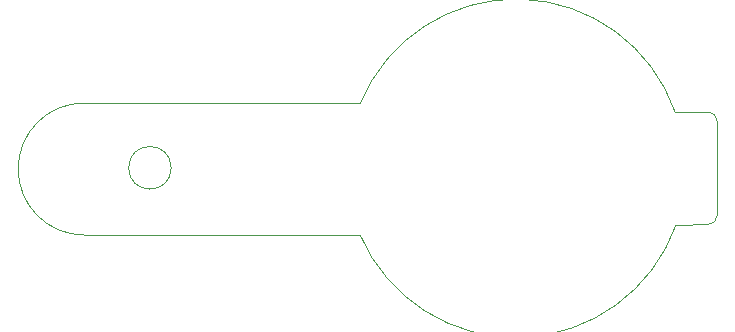
<source format=gbr>
%TF.GenerationSoftware,KiCad,Pcbnew,8.0.6*%
%TF.CreationDate,2024-12-07T22:29:28+01:00*%
%TF.ProjectId,Project 1,50726f6a-6563-4742-9031-2e6b69636164,1*%
%TF.SameCoordinates,Original*%
%TF.FileFunction,Profile,NP*%
%FSLAX46Y46*%
G04 Gerber Fmt 4.6, Leading zero omitted, Abs format (unit mm)*
G04 Created by KiCad (PCBNEW 8.0.6) date 2024-12-07 22:29:28*
%MOMM*%
%LPD*%
G01*
G04 APERTURE LIST*
%TA.AperFunction,Profile*%
%ADD10C,0.100000*%
%TD*%
G04 APERTURE END LIST*
D10*
X58928000Y-67691000D02*
G75*
G02*
X58928000Y-56515000I0J5588000D01*
G01*
X109055524Y-66820449D02*
G75*
G02*
X82296000Y-67691000I-13551524J4844449D01*
G01*
X108966000Y-57277000D02*
X111760000Y-57277000D01*
X112522000Y-66040000D02*
X112522000Y-64135000D01*
X66302776Y-62000000D02*
G75*
G02*
X62697224Y-62000000I-1802776J0D01*
G01*
X62697224Y-62000000D02*
G75*
G02*
X66302776Y-62000000I1802776J0D01*
G01*
X58928000Y-56515000D02*
X82327324Y-56527952D01*
X112522000Y-66040000D02*
G75*
G02*
X111760000Y-66802000I-762000J0D01*
G01*
X109055524Y-66820449D02*
X111760000Y-66802000D01*
X112522000Y-62103000D02*
X112522000Y-58801000D01*
X112522000Y-58801000D02*
X112522000Y-58039000D01*
X111760000Y-57277000D02*
G75*
G02*
X112522000Y-58039000I0J-762000D01*
G01*
X112522000Y-64135000D02*
X112522000Y-62103000D01*
X58928000Y-67691000D02*
X82296000Y-67691000D01*
X82327324Y-56527952D02*
G75*
G02*
X108965999Y-57277000I13176676J-5448048D01*
G01*
M02*

</source>
